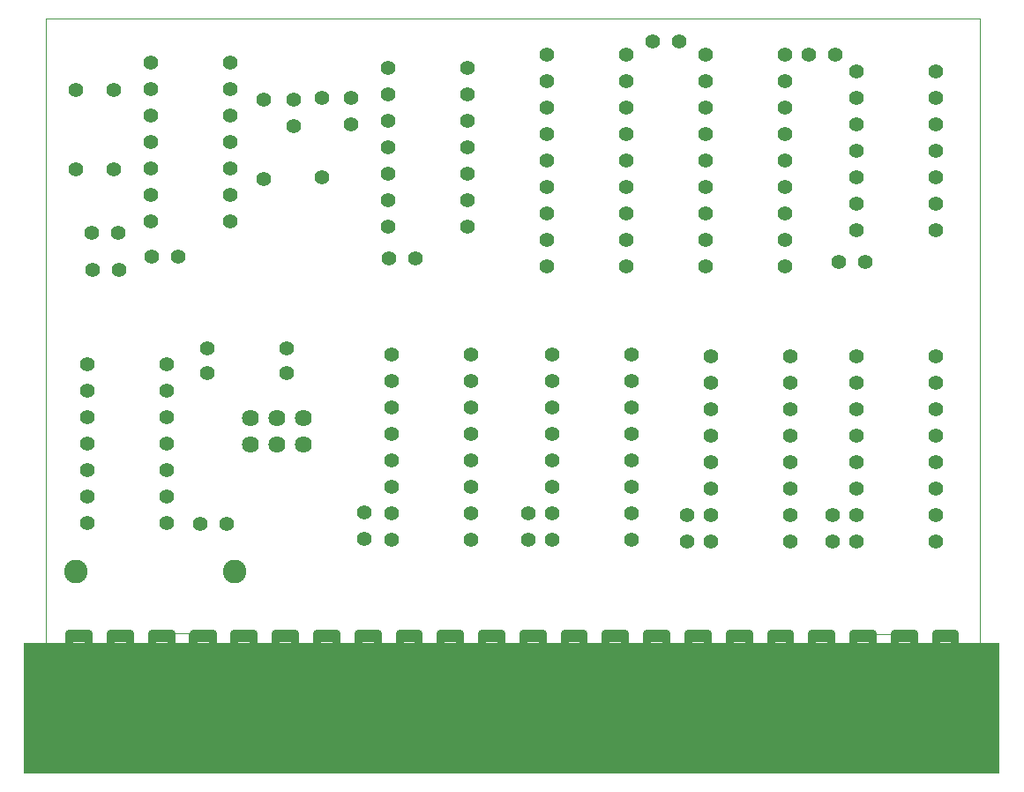
<source format=gts>
G75*
%MOIN*%
%OFA0B0*%
%FSLAX25Y25*%
%IPPOS*%
%LPD*%
%AMOC8*
5,1,8,0,0,1.08239X$1,22.5*
%
%ADD10C,0.00000*%
%ADD11R,3.68504X0.49213*%
%ADD12C,0.05600*%
%ADD13C,0.08900*%
%ADD14C,0.06400*%
%ADD15C,0.03120*%
D10*
X0026198Y0007776D02*
X0030135Y0003874D01*
X0074623Y0003874D01*
X0074623Y0054661D01*
X0080135Y0054661D01*
X0080135Y0003874D01*
X0339583Y0003874D01*
X0339583Y0054268D01*
X0345489Y0054268D01*
X0345489Y0003874D01*
X0376198Y0003874D01*
X0378954Y0006630D01*
X0378954Y0053087D01*
X0378954Y0052969D02*
X0378954Y0287067D01*
X0026198Y0287067D01*
X0026198Y0053575D01*
X0026198Y0053776D02*
X0026198Y0007776D01*
D11*
X0202182Y0026394D03*
D12*
X0208300Y0089969D03*
X0217300Y0089969D03*
X0217300Y0099969D03*
X0208300Y0099969D03*
X0217300Y0109969D03*
X0217300Y0119969D03*
X0217300Y0129969D03*
X0217300Y0139969D03*
X0217300Y0149969D03*
X0217300Y0159969D03*
X0247300Y0159969D03*
X0247300Y0149969D03*
X0247300Y0139969D03*
X0247300Y0129969D03*
X0247300Y0119969D03*
X0247300Y0109969D03*
X0247300Y0099969D03*
X0247300Y0089969D03*
X0268300Y0089469D03*
X0277300Y0089469D03*
X0277300Y0099469D03*
X0268300Y0099469D03*
X0277300Y0109469D03*
X0277300Y0119469D03*
X0277300Y0129469D03*
X0277300Y0139469D03*
X0277300Y0149469D03*
X0277300Y0159469D03*
X0307300Y0159469D03*
X0307300Y0149469D03*
X0307300Y0139469D03*
X0307300Y0129469D03*
X0307300Y0119469D03*
X0307300Y0109469D03*
X0307300Y0099469D03*
X0307300Y0089469D03*
X0323300Y0089469D03*
X0332300Y0089469D03*
X0332300Y0099469D03*
X0323300Y0099469D03*
X0332300Y0109469D03*
X0332300Y0119469D03*
X0332300Y0129469D03*
X0332300Y0139469D03*
X0332300Y0149469D03*
X0332300Y0159469D03*
X0362300Y0159469D03*
X0362300Y0149469D03*
X0362300Y0139469D03*
X0362300Y0129469D03*
X0362300Y0119469D03*
X0362300Y0109469D03*
X0362300Y0099469D03*
X0362300Y0089469D03*
X0305300Y0193469D03*
X0305300Y0203469D03*
X0305300Y0213469D03*
X0305300Y0223469D03*
X0305300Y0233469D03*
X0305300Y0243469D03*
X0305300Y0253469D03*
X0305300Y0263469D03*
X0305300Y0273469D03*
X0314300Y0273469D03*
X0324300Y0273469D03*
X0332300Y0266969D03*
X0332300Y0256969D03*
X0332300Y0246969D03*
X0332300Y0236969D03*
X0332300Y0226969D03*
X0332300Y0216969D03*
X0332300Y0206969D03*
X0335800Y0194969D03*
X0325800Y0194969D03*
X0362300Y0206969D03*
X0362300Y0216969D03*
X0362300Y0226969D03*
X0362300Y0236969D03*
X0362300Y0246969D03*
X0362300Y0256969D03*
X0362300Y0266969D03*
X0275300Y0263469D03*
X0275300Y0273469D03*
X0265300Y0278469D03*
X0255300Y0278469D03*
X0245300Y0273469D03*
X0245300Y0263469D03*
X0245300Y0253469D03*
X0245300Y0243469D03*
X0245300Y0233469D03*
X0245300Y0223469D03*
X0245300Y0213469D03*
X0245300Y0203469D03*
X0245300Y0193469D03*
X0275300Y0193469D03*
X0275300Y0203469D03*
X0275300Y0213469D03*
X0275300Y0223469D03*
X0275300Y0233469D03*
X0275300Y0243469D03*
X0275300Y0253469D03*
X0215300Y0253469D03*
X0215300Y0263469D03*
X0215300Y0273469D03*
X0185300Y0268469D03*
X0185300Y0258469D03*
X0185300Y0248469D03*
X0185300Y0238469D03*
X0185300Y0228469D03*
X0185300Y0218469D03*
X0185300Y0208469D03*
X0165800Y0196469D03*
X0155800Y0196469D03*
X0155300Y0208469D03*
X0155300Y0218469D03*
X0155300Y0228469D03*
X0155300Y0238469D03*
X0155300Y0248469D03*
X0155300Y0258469D03*
X0155300Y0268469D03*
X0141300Y0256969D03*
X0141300Y0246969D03*
X0130300Y0256969D03*
X0119800Y0256469D03*
X0119800Y0246469D03*
X0108300Y0256469D03*
X0095800Y0260469D03*
X0095800Y0270469D03*
X0095800Y0250469D03*
X0095800Y0240469D03*
X0095800Y0230469D03*
X0095800Y0220469D03*
X0095800Y0210469D03*
X0076087Y0196969D03*
X0066087Y0196969D03*
X0053800Y0191969D03*
X0043800Y0191969D03*
X0043300Y0205969D03*
X0053300Y0205969D03*
X0065800Y0210469D03*
X0065800Y0220469D03*
X0065800Y0230469D03*
X0065800Y0240469D03*
X0065800Y0250469D03*
X0065800Y0260469D03*
X0065800Y0270469D03*
X0051800Y0259969D03*
X0037300Y0259969D03*
X0037300Y0229969D03*
X0051800Y0229969D03*
X0108300Y0226469D03*
X0130300Y0226969D03*
X0117182Y0162417D03*
X0117182Y0152969D03*
X0087182Y0152969D03*
X0087182Y0162417D03*
X0071800Y0156469D03*
X0071800Y0146469D03*
X0071800Y0136469D03*
X0071800Y0126469D03*
X0071800Y0116469D03*
X0071800Y0106469D03*
X0071800Y0096469D03*
X0084300Y0095969D03*
X0094300Y0095969D03*
X0146300Y0100469D03*
X0156800Y0099969D03*
X0156800Y0109969D03*
X0156800Y0119969D03*
X0156800Y0129969D03*
X0156800Y0139969D03*
X0156800Y0149969D03*
X0156800Y0159969D03*
X0186800Y0159969D03*
X0186800Y0149969D03*
X0186800Y0139969D03*
X0186800Y0129969D03*
X0186800Y0119969D03*
X0186800Y0109969D03*
X0186800Y0099969D03*
X0186800Y0089969D03*
X0156800Y0089969D03*
X0146300Y0090469D03*
X0041800Y0096469D03*
X0041800Y0106469D03*
X0041800Y0116469D03*
X0041800Y0126469D03*
X0041800Y0136469D03*
X0041800Y0146469D03*
X0041800Y0156469D03*
X0215300Y0193469D03*
X0215300Y0203469D03*
X0215300Y0213469D03*
X0215300Y0223469D03*
X0215300Y0233469D03*
X0215300Y0243469D03*
D13*
X0097300Y0077969D03*
X0037300Y0077969D03*
D14*
X0103300Y0125969D03*
X0113300Y0125969D03*
X0113300Y0135969D03*
X0103300Y0135969D03*
X0123300Y0135969D03*
X0123300Y0125969D03*
D15*
X0120079Y0037281D02*
X0112799Y0037281D01*
X0112799Y0054561D01*
X0120079Y0054561D01*
X0120079Y0037281D01*
X0120079Y0040400D02*
X0112799Y0040400D01*
X0112799Y0043519D02*
X0120079Y0043519D01*
X0120079Y0046638D02*
X0112799Y0046638D01*
X0112799Y0049757D02*
X0120079Y0049757D01*
X0120079Y0052876D02*
X0112799Y0052876D01*
X0104488Y0037281D02*
X0097208Y0037281D01*
X0097208Y0054561D01*
X0104488Y0054561D01*
X0104488Y0037281D01*
X0104488Y0040400D02*
X0097208Y0040400D01*
X0097208Y0043519D02*
X0104488Y0043519D01*
X0104488Y0046638D02*
X0097208Y0046638D01*
X0097208Y0049757D02*
X0104488Y0049757D01*
X0104488Y0052876D02*
X0097208Y0052876D01*
X0088897Y0037281D02*
X0081617Y0037281D01*
X0081617Y0054561D01*
X0088897Y0054561D01*
X0088897Y0037281D01*
X0088897Y0040400D02*
X0081617Y0040400D01*
X0081617Y0043519D02*
X0088897Y0043519D01*
X0088897Y0046638D02*
X0081617Y0046638D01*
X0081617Y0049757D02*
X0088897Y0049757D01*
X0088897Y0052876D02*
X0081617Y0052876D01*
X0073307Y0037281D02*
X0066027Y0037281D01*
X0066027Y0054561D01*
X0073307Y0054561D01*
X0073307Y0037281D01*
X0073307Y0040400D02*
X0066027Y0040400D01*
X0066027Y0043519D02*
X0073307Y0043519D01*
X0073307Y0046638D02*
X0066027Y0046638D01*
X0066027Y0049757D02*
X0073307Y0049757D01*
X0073307Y0052876D02*
X0066027Y0052876D01*
X0057716Y0037281D02*
X0050436Y0037281D01*
X0050436Y0054561D01*
X0057716Y0054561D01*
X0057716Y0037281D01*
X0057716Y0040400D02*
X0050436Y0040400D01*
X0050436Y0043519D02*
X0057716Y0043519D01*
X0057716Y0046638D02*
X0050436Y0046638D01*
X0050436Y0049757D02*
X0057716Y0049757D01*
X0057716Y0052876D02*
X0050436Y0052876D01*
X0042126Y0037281D02*
X0034846Y0037281D01*
X0034846Y0054561D01*
X0042126Y0054561D01*
X0042126Y0037281D01*
X0042126Y0040400D02*
X0034846Y0040400D01*
X0034846Y0043519D02*
X0042126Y0043519D01*
X0042126Y0046638D02*
X0034846Y0046638D01*
X0034846Y0049757D02*
X0042126Y0049757D01*
X0042126Y0052876D02*
X0034846Y0052876D01*
X0128389Y0037281D02*
X0135669Y0037281D01*
X0128389Y0037281D02*
X0128389Y0054561D01*
X0135669Y0054561D01*
X0135669Y0037281D01*
X0135669Y0040400D02*
X0128389Y0040400D01*
X0128389Y0043519D02*
X0135669Y0043519D01*
X0135669Y0046638D02*
X0128389Y0046638D01*
X0128389Y0049757D02*
X0135669Y0049757D01*
X0135669Y0052876D02*
X0128389Y0052876D01*
X0143980Y0037281D02*
X0151260Y0037281D01*
X0143980Y0037281D02*
X0143980Y0054561D01*
X0151260Y0054561D01*
X0151260Y0037281D01*
X0151260Y0040400D02*
X0143980Y0040400D01*
X0143980Y0043519D02*
X0151260Y0043519D01*
X0151260Y0046638D02*
X0143980Y0046638D01*
X0143980Y0049757D02*
X0151260Y0049757D01*
X0151260Y0052876D02*
X0143980Y0052876D01*
X0159570Y0037281D02*
X0166850Y0037281D01*
X0159570Y0037281D02*
X0159570Y0054561D01*
X0166850Y0054561D01*
X0166850Y0037281D01*
X0166850Y0040400D02*
X0159570Y0040400D01*
X0159570Y0043519D02*
X0166850Y0043519D01*
X0166850Y0046638D02*
X0159570Y0046638D01*
X0159570Y0049757D02*
X0166850Y0049757D01*
X0166850Y0052876D02*
X0159570Y0052876D01*
X0175161Y0037281D02*
X0182441Y0037281D01*
X0175161Y0037281D02*
X0175161Y0054561D01*
X0182441Y0054561D01*
X0182441Y0037281D01*
X0182441Y0040400D02*
X0175161Y0040400D01*
X0175161Y0043519D02*
X0182441Y0043519D01*
X0182441Y0046638D02*
X0175161Y0046638D01*
X0175161Y0049757D02*
X0182441Y0049757D01*
X0182441Y0052876D02*
X0175161Y0052876D01*
X0190751Y0037281D02*
X0198031Y0037281D01*
X0190751Y0037281D02*
X0190751Y0054561D01*
X0198031Y0054561D01*
X0198031Y0037281D01*
X0198031Y0040400D02*
X0190751Y0040400D01*
X0190751Y0043519D02*
X0198031Y0043519D01*
X0198031Y0046638D02*
X0190751Y0046638D01*
X0190751Y0049757D02*
X0198031Y0049757D01*
X0198031Y0052876D02*
X0190751Y0052876D01*
X0206342Y0037281D02*
X0213622Y0037281D01*
X0206342Y0037281D02*
X0206342Y0054561D01*
X0213622Y0054561D01*
X0213622Y0037281D01*
X0213622Y0040400D02*
X0206342Y0040400D01*
X0206342Y0043519D02*
X0213622Y0043519D01*
X0213622Y0046638D02*
X0206342Y0046638D01*
X0206342Y0049757D02*
X0213622Y0049757D01*
X0213622Y0052876D02*
X0206342Y0052876D01*
X0221932Y0037281D02*
X0229212Y0037281D01*
X0221932Y0037281D02*
X0221932Y0054561D01*
X0229212Y0054561D01*
X0229212Y0037281D01*
X0229212Y0040400D02*
X0221932Y0040400D01*
X0221932Y0043519D02*
X0229212Y0043519D01*
X0229212Y0046638D02*
X0221932Y0046638D01*
X0221932Y0049757D02*
X0229212Y0049757D01*
X0229212Y0052876D02*
X0221932Y0052876D01*
X0237523Y0037281D02*
X0244803Y0037281D01*
X0237523Y0037281D02*
X0237523Y0054561D01*
X0244803Y0054561D01*
X0244803Y0037281D01*
X0244803Y0040400D02*
X0237523Y0040400D01*
X0237523Y0043519D02*
X0244803Y0043519D01*
X0244803Y0046638D02*
X0237523Y0046638D01*
X0237523Y0049757D02*
X0244803Y0049757D01*
X0244803Y0052876D02*
X0237523Y0052876D01*
X0253114Y0037281D02*
X0260394Y0037281D01*
X0253114Y0037281D02*
X0253114Y0054561D01*
X0260394Y0054561D01*
X0260394Y0037281D01*
X0260394Y0040400D02*
X0253114Y0040400D01*
X0253114Y0043519D02*
X0260394Y0043519D01*
X0260394Y0046638D02*
X0253114Y0046638D01*
X0253114Y0049757D02*
X0260394Y0049757D01*
X0260394Y0052876D02*
X0253114Y0052876D01*
X0268704Y0037281D02*
X0275984Y0037281D01*
X0268704Y0037281D02*
X0268704Y0054561D01*
X0275984Y0054561D01*
X0275984Y0037281D01*
X0275984Y0040400D02*
X0268704Y0040400D01*
X0268704Y0043519D02*
X0275984Y0043519D01*
X0275984Y0046638D02*
X0268704Y0046638D01*
X0268704Y0049757D02*
X0275984Y0049757D01*
X0275984Y0052876D02*
X0268704Y0052876D01*
X0284295Y0037281D02*
X0291575Y0037281D01*
X0284295Y0037281D02*
X0284295Y0054561D01*
X0291575Y0054561D01*
X0291575Y0037281D01*
X0291575Y0040400D02*
X0284295Y0040400D01*
X0284295Y0043519D02*
X0291575Y0043519D01*
X0291575Y0046638D02*
X0284295Y0046638D01*
X0284295Y0049757D02*
X0291575Y0049757D01*
X0291575Y0052876D02*
X0284295Y0052876D01*
X0299885Y0037281D02*
X0307165Y0037281D01*
X0299885Y0037281D02*
X0299885Y0054561D01*
X0307165Y0054561D01*
X0307165Y0037281D01*
X0307165Y0040400D02*
X0299885Y0040400D01*
X0299885Y0043519D02*
X0307165Y0043519D01*
X0307165Y0046638D02*
X0299885Y0046638D01*
X0299885Y0049757D02*
X0307165Y0049757D01*
X0307165Y0052876D02*
X0299885Y0052876D01*
X0315476Y0037281D02*
X0322756Y0037281D01*
X0315476Y0037281D02*
X0315476Y0054561D01*
X0322756Y0054561D01*
X0322756Y0037281D01*
X0322756Y0040400D02*
X0315476Y0040400D01*
X0315476Y0043519D02*
X0322756Y0043519D01*
X0322756Y0046638D02*
X0315476Y0046638D01*
X0315476Y0049757D02*
X0322756Y0049757D01*
X0322756Y0052876D02*
X0315476Y0052876D01*
X0331066Y0037281D02*
X0338346Y0037281D01*
X0331066Y0037281D02*
X0331066Y0054561D01*
X0338346Y0054561D01*
X0338346Y0037281D01*
X0338346Y0040400D02*
X0331066Y0040400D01*
X0331066Y0043519D02*
X0338346Y0043519D01*
X0338346Y0046638D02*
X0331066Y0046638D01*
X0331066Y0049757D02*
X0338346Y0049757D01*
X0338346Y0052876D02*
X0331066Y0052876D01*
X0346657Y0037281D02*
X0353937Y0037281D01*
X0346657Y0037281D02*
X0346657Y0054561D01*
X0353937Y0054561D01*
X0353937Y0037281D01*
X0353937Y0040400D02*
X0346657Y0040400D01*
X0346657Y0043519D02*
X0353937Y0043519D01*
X0353937Y0046638D02*
X0346657Y0046638D01*
X0346657Y0049757D02*
X0353937Y0049757D01*
X0353937Y0052876D02*
X0346657Y0052876D01*
X0362247Y0037281D02*
X0369527Y0037281D01*
X0362247Y0037281D02*
X0362247Y0054561D01*
X0369527Y0054561D01*
X0369527Y0037281D01*
X0369527Y0040400D02*
X0362247Y0040400D01*
X0362247Y0043519D02*
X0369527Y0043519D01*
X0369527Y0046638D02*
X0362247Y0046638D01*
X0362247Y0049757D02*
X0369527Y0049757D01*
X0369527Y0052876D02*
X0362247Y0052876D01*
M02*

</source>
